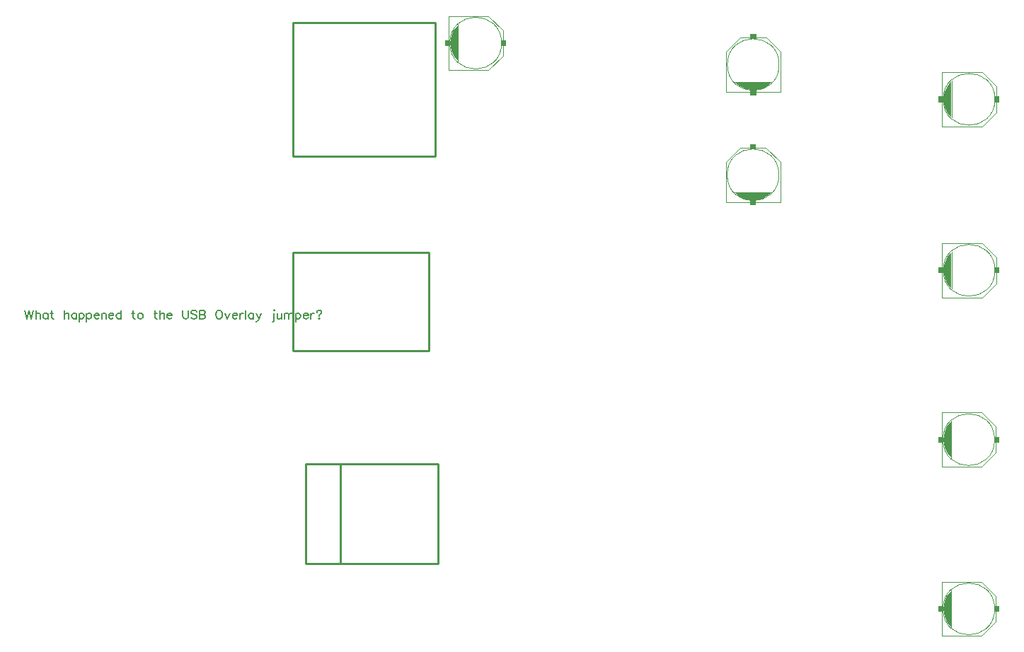
<source format=gbr>
G04 DipTrace Beta 2.3.5.2*
%INTopAssy.gbr*%
%MOIN*%
%ADD10C,0.0098*%
%ADD24C,0.004*%
%ADD255C,0.0062*%
%FSLAX44Y44*%
G04*
G70*
G90*
G75*
G01*
%LNTopAssy*%
%LPD*%
X22761Y28641D2*
D24*
Y30530D1*
X23430Y31200D1*
X24650D1*
X25320Y30530D1*
Y28641D1*
X22761D1*
X23154Y29094D2*
X24906D1*
X22820Y29920D2*
G02X22820Y29920I1220J0D01*
G01*
G36*
X24178Y28483D2*
X23902D1*
Y28720D1*
X24178D1*
Y28483D1*
G37*
G36*
Y31121D2*
X23902D1*
Y31357D1*
X24178D1*
Y31121D1*
G37*
G36*
X23194Y29074D2*
X23410Y28897D1*
X23686Y28779D1*
X24040Y28720D1*
X24414Y28779D1*
X24690Y28916D1*
X24887Y29074D1*
X23213D1*
X23194D1*
G37*
X22771Y33836D2*
D24*
Y35725D1*
X23440Y36395D1*
X24660D1*
X25330Y35725D1*
Y33836D1*
X22771D1*
X23164Y34289D2*
X24916D1*
X22830Y35115D2*
G02X22830Y35115I1220J0D01*
G01*
G36*
X24188Y33678D2*
X23912D1*
Y33915D1*
X24188D1*
Y33678D1*
G37*
G36*
Y36316D2*
X23912D1*
Y36552D1*
X24188D1*
Y36316D1*
G37*
G36*
X23204Y34269D2*
X23420Y34092D1*
X23696Y33974D1*
X24050Y33915D1*
X24424Y33974D1*
X24700Y34111D1*
X24897Y34269D1*
X23223D1*
X23204D1*
G37*
X9696Y37410D2*
D24*
X11585D1*
X12255Y36740D1*
Y35520D1*
X11585Y34851D1*
X9696D1*
Y37410D1*
X10149Y37016D2*
Y35264D1*
X9755Y36130D2*
G02X9755Y36130I1220J0D01*
G01*
G36*
X9538Y35992D2*
X9775D1*
Y36268D1*
X9538D1*
Y35992D1*
G37*
G36*
X12176D2*
X12412D1*
Y36268D1*
X12176D1*
Y35992D1*
G37*
G36*
X10129Y36977D2*
X9952Y36760D1*
X9834Y36485D1*
X9775Y36130D1*
X9834Y35756D1*
X9971Y35481D1*
X10129Y35284D1*
Y36957D1*
Y36977D1*
G37*
X32936Y34760D2*
D24*
X34825D1*
X35495Y34091D1*
Y32870D1*
X34825Y32201D1*
X32936D1*
Y34760D1*
X33389Y34366D2*
Y32614D1*
X32995Y33480D2*
G02X32995Y33480I1220J0D01*
G01*
G36*
X32778Y33342D2*
X33015D1*
Y33618D1*
X32778D1*
Y33342D1*
G37*
G36*
X35416D2*
X35652D1*
Y33618D1*
X35416D1*
Y33342D1*
G37*
G36*
X33369Y34327D2*
X33192Y34110D1*
X33074Y33835D1*
X33015Y33480D1*
X33074Y33106D1*
X33211Y32831D1*
X33369Y32634D1*
Y34307D1*
Y34327D1*
G37*
X32936Y26700D2*
D24*
X34825D1*
X35495Y26030D1*
Y24810D1*
X34825Y24141D1*
X32936D1*
Y26700D1*
X33389Y26306D2*
Y24554D1*
X32995Y25420D2*
G02X32995Y25420I1220J0D01*
G01*
G36*
X32778Y25282D2*
X33015D1*
Y25558D1*
X32778D1*
Y25282D1*
G37*
G36*
X35416D2*
X35652D1*
Y25558D1*
X35416D1*
Y25282D1*
G37*
G36*
X33369Y26267D2*
X33192Y26050D1*
X33074Y25775D1*
X33015Y25420D1*
X33074Y25046D1*
X33211Y24771D1*
X33369Y24574D1*
Y26247D1*
Y26267D1*
G37*
X32923Y18719D2*
D24*
X34813D1*
X35482Y18050D1*
Y16829D1*
X34813Y16160D1*
X32923D1*
Y18719D1*
X33376Y18325D2*
Y16573D1*
X32982Y17439D2*
G02X32982Y17439I1220J0D01*
G01*
G36*
X32766Y17302D2*
X33002D1*
Y17577D1*
X32766D1*
Y17302D1*
G37*
G36*
X35403D2*
X35639D1*
Y17577D1*
X35403D1*
Y17302D1*
G37*
G36*
X33356Y18286D2*
X33179Y18070D1*
X33061Y17794D1*
X33002Y17439D1*
X33061Y17065D1*
X33199Y16790D1*
X33356Y16593D1*
Y18266D1*
Y18286D1*
G37*
X32926Y10740D2*
D24*
X34815D1*
X35485Y10070D1*
Y8850D1*
X34815Y8181D1*
X32926D1*
Y10740D1*
X33379Y10346D2*
Y8594D1*
X32985Y9460D2*
G02X32985Y9460I1220J0D01*
G01*
G36*
X32768Y9322D2*
X33005D1*
Y9598D1*
X32768D1*
Y9322D1*
G37*
G36*
X35406D2*
X35642D1*
Y9598D1*
X35406D1*
Y9322D1*
G37*
G36*
X33359Y10307D2*
X33182Y10090D1*
X33064Y9815D1*
X33005Y9460D1*
X33064Y9086D1*
X33201Y8811D1*
X33359Y8614D1*
Y10287D1*
Y10307D1*
G37*
X9058Y37090D2*
D10*
X2365D1*
Y30791D1*
X9058D1*
Y37090D1*
X8763Y26261D2*
X2365D1*
Y21620D1*
X8763D1*
Y26261D1*
X9205Y16293D2*
X2984D1*
Y11588D1*
X9205D1*
Y16293D1*
X4618D2*
Y11588D1*
X-10250Y23535D2*
D255*
X-10154Y23133D1*
X-10058Y23535D1*
X-9963Y23133D1*
X-9867Y23535D1*
X-9743D2*
Y23133D1*
Y23325D2*
X-9686Y23382D1*
X-9647Y23401D1*
X-9590D1*
X-9552Y23382D1*
X-9533Y23325D1*
Y23133D1*
X-9180Y23401D2*
Y23133D1*
Y23344D2*
X-9218Y23382D1*
X-9256Y23401D1*
X-9313D1*
X-9352Y23382D1*
X-9390Y23344D1*
X-9409Y23286D1*
Y23248D1*
X-9390Y23191D1*
X-9352Y23153D1*
X-9313Y23133D1*
X-9256D1*
X-9218Y23153D1*
X-9180Y23191D1*
X-8999Y23535D2*
Y23210D1*
X-8980Y23153D1*
X-8941Y23133D1*
X-8903D1*
X-9056Y23401D2*
X-8922D1*
X-8391Y23535D2*
Y23133D1*
Y23325D2*
X-8334Y23382D1*
X-8295Y23401D1*
X-8238D1*
X-8200Y23382D1*
X-8181Y23325D1*
Y23133D1*
X-7828Y23401D2*
Y23133D1*
Y23344D2*
X-7866Y23382D1*
X-7904Y23401D1*
X-7961D1*
X-8000Y23382D1*
X-8038Y23344D1*
X-8057Y23286D1*
Y23248D1*
X-8038Y23191D1*
X-8000Y23153D1*
X-7961Y23133D1*
X-7904D1*
X-7866Y23153D1*
X-7828Y23191D1*
X-7704Y23401D2*
Y22999D1*
Y23344D2*
X-7666Y23382D1*
X-7628Y23401D1*
X-7570D1*
X-7532Y23382D1*
X-7494Y23344D1*
X-7474Y23286D1*
Y23248D1*
X-7494Y23191D1*
X-7532Y23152D1*
X-7570Y23133D1*
X-7628D1*
X-7666Y23152D1*
X-7704Y23191D1*
X-7351Y23401D2*
Y22999D1*
Y23344D2*
X-7312Y23382D1*
X-7274Y23401D1*
X-7217D1*
X-7178Y23382D1*
X-7140Y23344D1*
X-7121Y23286D1*
Y23248D1*
X-7140Y23191D1*
X-7178Y23152D1*
X-7217Y23133D1*
X-7274D1*
X-7312Y23152D1*
X-7351Y23191D1*
X-6997Y23286D2*
X-6768D1*
Y23325D1*
X-6787Y23363D1*
X-6806Y23382D1*
X-6844Y23401D1*
X-6902D1*
X-6940Y23382D1*
X-6978Y23344D1*
X-6997Y23286D1*
Y23248D1*
X-6978Y23191D1*
X-6940Y23153D1*
X-6902Y23133D1*
X-6844D1*
X-6806Y23153D1*
X-6768Y23191D1*
X-6644Y23401D2*
Y23133D1*
Y23325D2*
X-6587Y23382D1*
X-6548Y23401D1*
X-6491D1*
X-6453Y23382D1*
X-6434Y23325D1*
Y23133D1*
X-6310Y23286D2*
X-6081D1*
Y23325D1*
X-6100Y23363D1*
X-6119Y23382D1*
X-6157Y23401D1*
X-6215D1*
X-6253Y23382D1*
X-6291Y23344D1*
X-6310Y23286D1*
Y23248D1*
X-6291Y23191D1*
X-6253Y23153D1*
X-6215Y23133D1*
X-6157D1*
X-6119Y23153D1*
X-6081Y23191D1*
X-5728Y23535D2*
Y23133D1*
Y23344D2*
X-5766Y23382D1*
X-5804Y23401D1*
X-5862D1*
X-5900Y23382D1*
X-5938Y23344D1*
X-5957Y23286D1*
Y23248D1*
X-5938Y23191D1*
X-5900Y23153D1*
X-5862Y23133D1*
X-5804D1*
X-5766Y23153D1*
X-5728Y23191D1*
X-5158Y23535D2*
Y23210D1*
X-5139Y23153D1*
X-5101Y23133D1*
X-5063D1*
X-5216Y23401D2*
X-5082D1*
X-4844D2*
X-4882Y23382D1*
X-4920Y23344D1*
X-4939Y23286D1*
Y23248D1*
X-4920Y23191D1*
X-4882Y23153D1*
X-4844Y23133D1*
X-4786D1*
X-4748Y23153D1*
X-4710Y23191D1*
X-4690Y23248D1*
Y23286D1*
X-4710Y23344D1*
X-4748Y23382D1*
X-4786Y23401D1*
X-4844D1*
X-4120Y23535D2*
Y23210D1*
X-4101Y23153D1*
X-4063Y23133D1*
X-4025D1*
X-4178Y23401D2*
X-4044D1*
X-3901Y23535D2*
Y23133D1*
Y23325D2*
X-3844Y23382D1*
X-3805Y23401D1*
X-3748D1*
X-3710Y23382D1*
X-3691Y23325D1*
Y23133D1*
X-3567Y23286D2*
X-3338D1*
Y23325D1*
X-3357Y23363D1*
X-3376Y23382D1*
X-3414Y23401D1*
X-3472D1*
X-3510Y23382D1*
X-3548Y23344D1*
X-3567Y23286D1*
Y23248D1*
X-3548Y23191D1*
X-3510Y23153D1*
X-3472Y23133D1*
X-3414D1*
X-3376Y23153D1*
X-3338Y23191D1*
X-2825Y23535D2*
Y23248D1*
X-2806Y23191D1*
X-2768Y23153D1*
X-2711Y23133D1*
X-2673D1*
X-2615Y23153D1*
X-2577Y23191D1*
X-2558Y23248D1*
Y23535D1*
X-2166Y23478D2*
X-2204Y23516D1*
X-2262Y23535D1*
X-2338D1*
X-2396Y23516D1*
X-2434Y23478D1*
Y23440D1*
X-2415Y23401D1*
X-2396Y23382D1*
X-2358Y23363D1*
X-2243Y23325D1*
X-2204Y23306D1*
X-2185Y23286D1*
X-2166Y23248D1*
Y23191D1*
X-2204Y23153D1*
X-2262Y23133D1*
X-2338D1*
X-2396Y23153D1*
X-2434Y23191D1*
X-2043Y23535D2*
Y23133D1*
X-1870D1*
X-1813Y23153D1*
X-1794Y23172D1*
X-1775Y23210D1*
Y23267D1*
X-1794Y23306D1*
X-1813Y23325D1*
X-1870Y23344D1*
X-1813Y23363D1*
X-1794Y23382D1*
X-1775Y23420D1*
Y23459D1*
X-1794Y23497D1*
X-1813Y23516D1*
X-1870Y23535D1*
X-2043D1*
Y23344D2*
X-1870D1*
X-1147Y23535D2*
X-1186Y23516D1*
X-1224Y23478D1*
X-1243Y23440D1*
X-1262Y23382D1*
Y23286D1*
X-1243Y23229D1*
X-1224Y23191D1*
X-1186Y23153D1*
X-1147Y23133D1*
X-1071D1*
X-1033Y23153D1*
X-994Y23191D1*
X-975Y23229D1*
X-956Y23286D1*
Y23382D1*
X-975Y23440D1*
X-994Y23478D1*
X-1033Y23516D1*
X-1071Y23535D1*
X-1147D1*
X-833Y23401D2*
X-718Y23133D1*
X-603Y23401D1*
X-480Y23286D2*
X-250D1*
Y23325D1*
X-269Y23363D1*
X-288Y23382D1*
X-327Y23401D1*
X-384D1*
X-422Y23382D1*
X-461Y23344D1*
X-480Y23286D1*
Y23248D1*
X-461Y23191D1*
X-422Y23153D1*
X-384Y23133D1*
X-327D1*
X-288Y23153D1*
X-250Y23191D1*
X-127Y23401D2*
Y23133D1*
Y23286D2*
X-107Y23344D1*
X-69Y23382D1*
X-31Y23401D1*
X27D1*
X150Y23535D2*
Y23133D1*
X503Y23401D2*
Y23133D1*
Y23344D2*
X465Y23382D1*
X427Y23401D1*
X370D1*
X331Y23382D1*
X293Y23344D1*
X274Y23286D1*
Y23248D1*
X293Y23191D1*
X331Y23153D1*
X370Y23133D1*
X427D1*
X465Y23153D1*
X503Y23191D1*
X646Y23401D2*
X761Y23133D1*
X723Y23057D1*
X684Y23018D1*
X646Y22999D1*
X627D1*
X876Y23401D2*
X761Y23133D1*
X1464Y23536D2*
X1484Y23517D1*
X1503Y23536D1*
X1484Y23555D1*
X1464Y23536D1*
X1484Y23402D2*
Y23076D1*
X1464Y23019D1*
X1426Y23000D1*
X1388D1*
X1626Y23401D2*
Y23210D1*
X1645Y23153D1*
X1684Y23133D1*
X1741D1*
X1779Y23153D1*
X1837Y23210D1*
Y23401D2*
Y23133D1*
X1960Y23401D2*
Y23133D1*
Y23325D2*
X2018Y23382D1*
X2056Y23401D1*
X2113D1*
X2152Y23382D1*
X2171Y23325D1*
Y23133D1*
Y23325D2*
X2228Y23382D1*
X2267Y23401D1*
X2324D1*
X2362Y23382D1*
X2382Y23325D1*
Y23133D1*
X2505Y23401D2*
Y22999D1*
Y23344D2*
X2544Y23382D1*
X2582Y23401D1*
X2639D1*
X2678Y23382D1*
X2716Y23344D1*
X2735Y23286D1*
Y23248D1*
X2716Y23191D1*
X2678Y23152D1*
X2639Y23133D1*
X2582D1*
X2544Y23152D1*
X2505Y23191D1*
X2859Y23286D2*
X3088D1*
Y23325D1*
X3069Y23363D1*
X3050Y23382D1*
X3012Y23401D1*
X2954D1*
X2916Y23382D1*
X2878Y23344D1*
X2859Y23286D1*
Y23248D1*
X2878Y23191D1*
X2916Y23153D1*
X2954Y23133D1*
X3012D1*
X3050Y23153D1*
X3088Y23191D1*
X3212Y23401D2*
Y23133D1*
Y23286D2*
X3231Y23344D1*
X3269Y23382D1*
X3308Y23401D1*
X3365D1*
X3489Y23439D2*
Y23458D1*
X3508Y23497D1*
X3527Y23516D1*
X3565Y23535D1*
X3642D1*
X3680Y23516D1*
X3699Y23497D1*
X3718Y23458D1*
Y23420D1*
X3699Y23382D1*
X3680Y23363D1*
X3604Y23325D1*
Y23267D1*
Y23172D2*
X3584Y23152D1*
X3604Y23133D1*
X3623Y23152D1*
X3604Y23172D1*
M02*

</source>
